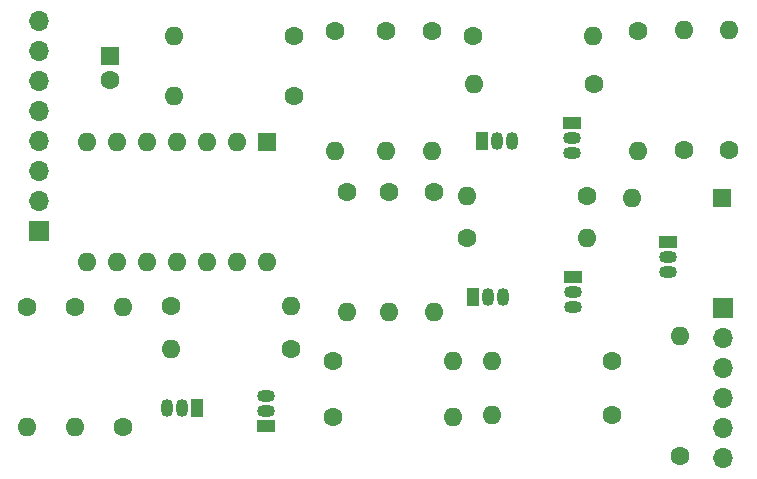
<source format=gbs>
G04 #@! TF.GenerationSoftware,KiCad,Pcbnew,6.0.0-d3dd2cf0fa~116~ubuntu20.04.1*
G04 #@! TF.CreationDate,2022-01-14T17:34:54+00:00*
G04 #@! TF.ProjectId,videopac_rgb,76696465-6f70-4616-935f-7267622e6b69,rev?*
G04 #@! TF.SameCoordinates,Original*
G04 #@! TF.FileFunction,Soldermask,Bot*
G04 #@! TF.FilePolarity,Negative*
%FSLAX46Y46*%
G04 Gerber Fmt 4.6, Leading zero omitted, Abs format (unit mm)*
G04 Created by KiCad (PCBNEW 6.0.0-d3dd2cf0fa~116~ubuntu20.04.1) date 2022-01-14 17:34:54*
%MOMM*%
%LPD*%
G01*
G04 APERTURE LIST*
%ADD10R,1.700000X1.700000*%
%ADD11O,1.700000X1.700000*%
%ADD12R,1.500000X1.050000*%
%ADD13O,1.500000X1.050000*%
%ADD14R,1.050000X1.500000*%
%ADD15O,1.050000X1.500000*%
%ADD16C,1.600000*%
%ADD17O,1.600000X1.600000*%
%ADD18R,1.600000X1.600000*%
G04 APERTURE END LIST*
D10*
X99105000Y-40140000D03*
D11*
X99105000Y-42680000D03*
X99105000Y-45220000D03*
X99105000Y-47760000D03*
X99105000Y-50300000D03*
X99105000Y-52840000D03*
D12*
X86487000Y-37592000D03*
D13*
X86487000Y-38862000D03*
X86487000Y-40132000D03*
D14*
X78740000Y-26014000D03*
D15*
X80010000Y-26014000D03*
X81280000Y-26014000D03*
D16*
X77470000Y-34290000D03*
D17*
X87630000Y-34290000D03*
D16*
X89789000Y-49276000D03*
D17*
X79629000Y-49276000D03*
D16*
X88265000Y-21209000D03*
D17*
X78105000Y-21209000D03*
D16*
X74676000Y-30353000D03*
D17*
X74676000Y-40513000D03*
D12*
X94510000Y-34620000D03*
D13*
X94510000Y-35890000D03*
X94510000Y-37160000D03*
D16*
X62865000Y-22225000D03*
D17*
X52705000Y-22225000D03*
D10*
X41275000Y-33655000D03*
D11*
X41275000Y-31115000D03*
X41275000Y-28575000D03*
X41275000Y-26035000D03*
X41275000Y-23495000D03*
X41275000Y-20955000D03*
X41275000Y-18415000D03*
X41275000Y-15875000D03*
D14*
X77978000Y-39222000D03*
D15*
X79248000Y-39222000D03*
X80518000Y-39222000D03*
D16*
X99695000Y-26797000D03*
D17*
X99695000Y-16637000D03*
D16*
X66167000Y-49403000D03*
D17*
X76327000Y-49403000D03*
D16*
X89789000Y-44704000D03*
D17*
X79629000Y-44704000D03*
D16*
X91948000Y-16764000D03*
D17*
X91948000Y-26924000D03*
D16*
X77978000Y-17145000D03*
D17*
X88138000Y-17145000D03*
D16*
X67310000Y-30353000D03*
D17*
X67310000Y-40513000D03*
D16*
X48387000Y-50292000D03*
D17*
X48387000Y-40132000D03*
D16*
X52451000Y-40005000D03*
D17*
X62611000Y-40005000D03*
D16*
X40259000Y-40132000D03*
D17*
X40259000Y-50292000D03*
D14*
X54610000Y-48641000D03*
D15*
X53340000Y-48641000D03*
X52070000Y-48641000D03*
D16*
X95885000Y-26797000D03*
D17*
X95885000Y-16637000D03*
D12*
X86360000Y-24511000D03*
D13*
X86360000Y-25781000D03*
X86360000Y-27051000D03*
D16*
X70612000Y-16743000D03*
D17*
X70612000Y-26903000D03*
D16*
X62865000Y-17145000D03*
D17*
X52705000Y-17145000D03*
D16*
X66167000Y-44704000D03*
D17*
X76327000Y-44704000D03*
D12*
X60431000Y-50165000D03*
D13*
X60431000Y-48895000D03*
X60431000Y-47625000D03*
D16*
X70866000Y-30353000D03*
D17*
X70866000Y-40513000D03*
D16*
X66294000Y-16743000D03*
D17*
X66294000Y-26903000D03*
D18*
X47244000Y-18856888D03*
D16*
X47244000Y-20856888D03*
X62611000Y-43688000D03*
D17*
X52451000Y-43688000D03*
D18*
X60579000Y-26162000D03*
D17*
X58039000Y-26162000D03*
X55499000Y-26162000D03*
X52959000Y-26162000D03*
X50419000Y-26162000D03*
X47879000Y-26162000D03*
X45339000Y-26162000D03*
X45339000Y-36322000D03*
X47879000Y-36322000D03*
X50419000Y-36322000D03*
X52959000Y-36322000D03*
X55499000Y-36322000D03*
X58039000Y-36322000D03*
X60579000Y-36322000D03*
D16*
X87630000Y-30734000D03*
D17*
X77470000Y-30734000D03*
D16*
X95504000Y-52705000D03*
D17*
X95504000Y-42545000D03*
D16*
X44323000Y-40132000D03*
D17*
X44323000Y-50292000D03*
D16*
X74549000Y-16743000D03*
D17*
X74549000Y-26903000D03*
D18*
X99060000Y-30861000D03*
D17*
X91440000Y-30861000D03*
M02*

</source>
